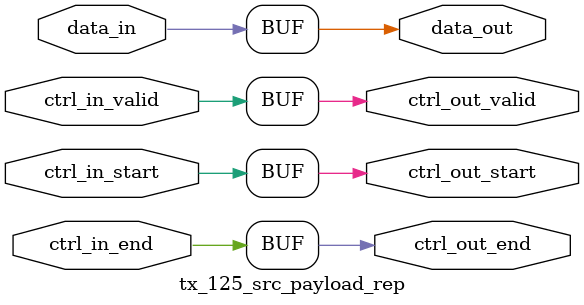
<source format=v>



`timescale 1 ns / 1 ns

module tx_125_src_payload_rep
          (data_in,
           ctrl_in_start,
           ctrl_in_end,
           ctrl_in_valid,
           data_out,
           ctrl_out_start,
           ctrl_out_end,
           ctrl_out_valid);


  input   data_in;
  input   ctrl_in_start;
  input   ctrl_in_end;
  input   ctrl_in_valid;
  output  data_out;
  output  ctrl_out_start;
  output  ctrl_out_end;
  output  ctrl_out_valid;




  assign data_out = data_in;

  assign ctrl_out_start = ctrl_in_start;

  assign ctrl_out_end = ctrl_in_end;

  assign ctrl_out_valid = ctrl_in_valid;

endmodule  // tx_125_src_payload_rep


</source>
